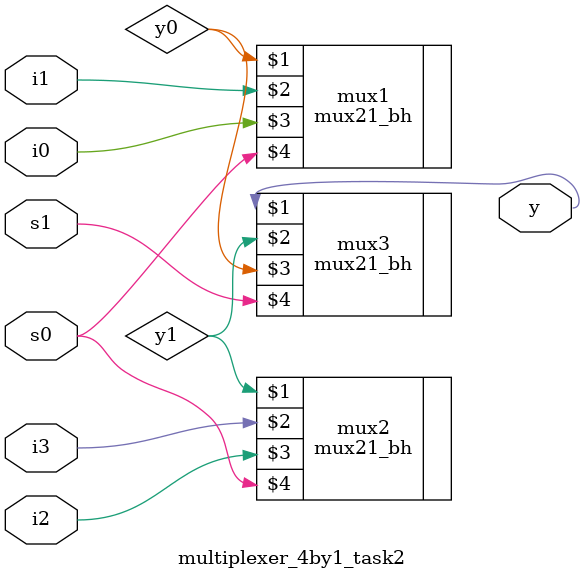
<source format=v>
`include "mux21_bh.v"  // Assuming this contains the mux21_df module

module multiplexer_4by1_task2
(
    output y,        // Output of the 4-to-1 multiplexer
    input s0, s1,    // Selector bits
    input i0, i1, i2, i3  // Inputs
);
    wire y0, y1;

    // First stage: Select between i0 and i1 based on s0
    mux21_bh mux1(y0, i1, i0, s0);

    // First stage: Select between i2 and i3 based on s0
    mux21_bh mux2(y1, i3, i2, s0);

    // Second stage: Select between y0 and y1 based on s1
    mux21_bh mux3(y, y1, y0, s1);
    
endmodule

</source>
